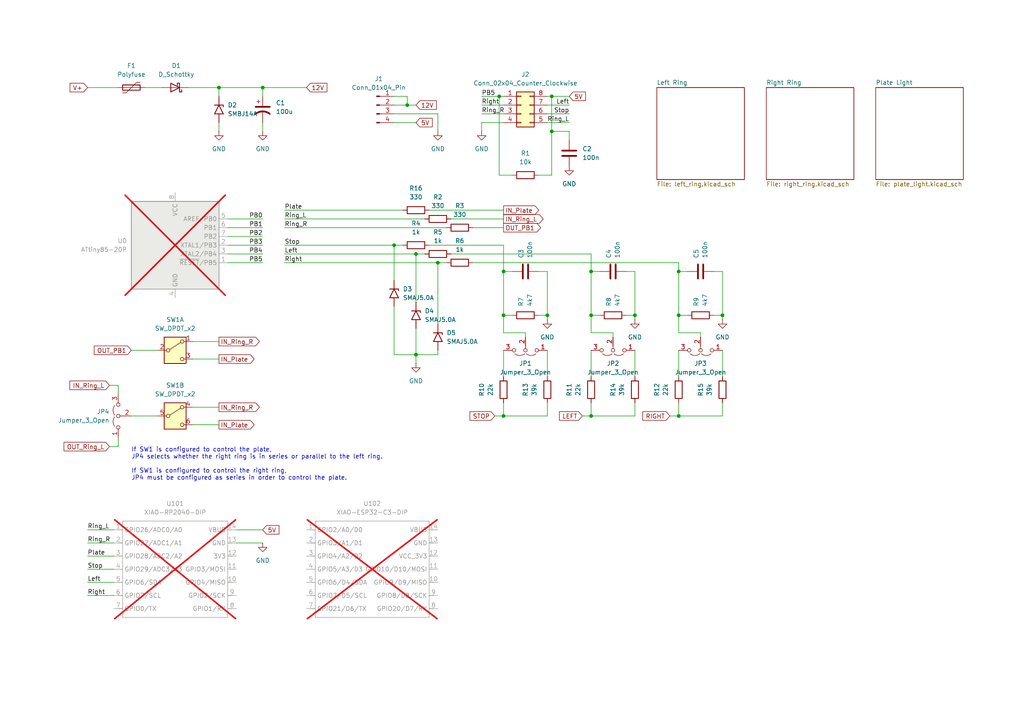
<source format=kicad_sch>
(kicad_sch (version 20250114) (generator "eeschema") (generator_version "9.0")
  (paper "A4")
  (title_block (title "Tail Light for ZR-7") (date "2025-12-04") (rev "1.1") (company "Salvatore La Bua") (comment 1 "SLB Labs"))
  (lib_symbols
    (symbol "Connector:Conn_01x04_Pin" (pin_names (offset 1.016) (hide yes))
      (property "Reference" "J" (at 0 5.08 0))
      (property "Value" "Conn_01x04_Pin" (at 0 -7.62 0))
      (symbol "Conn_01x04_Pin_1_1"
        (rectangle (start 0.8636 2.667) (end 0 2.413) (stroke (width 0.1524)) (fill (type outline)))
        (rectangle (start 0.8636 0.127) (end 0 -0.127) (stroke (width 0.1524)) (fill (type outline)))
        (rectangle (start 0.8636 -2.413) (end 0 -2.667) (stroke (width 0.1524)) (fill (type outline)))
        (rectangle (start 0.8636 -4.953) (end 0 -5.207) (stroke (width 0.1524)) (fill (type outline)))
        (polyline (pts (xy 1.27 2.54) (xy 0.8636 2.54)) (stroke (width 0.1524)))
        (polyline (pts (xy 1.27 0) (xy 0.8636 0)) (stroke (width 0.1524)))
        (polyline (pts (xy 1.27 -2.54) (xy 0.8636 -2.54)) (stroke (width 0.1524)))
        (polyline (pts (xy 1.27 -5.08) (xy 0.8636 -5.08)) (stroke (width 0.1524)))
        (pin passive line (at 5.08 2.54 180) (length 3.81) (name "Pin_1") (number "1"))
        (pin passive line (at 5.08 0 180) (length 3.81) (name "Pin_2") (number "2"))
        (pin passive line (at 5.08 -2.54 180) (length 3.81) (name "Pin_3") (number "3"))
        (pin passive line (at 5.08 -5.08 180) (length 3.81) (name "Pin_4") (number "4"))
      )
    )
    (symbol "Connector_Generic:Conn_02x04_Counter_Clockwise" (pin_names (offset 1.016) (hide yes))
      (property "Reference" "J" (at 1.27 5.08 0))
      (property "Value" "Conn_02x04_Counter_Clockwise" (at 1.27 -7.62 0))
      (symbol "Conn_02x04_Counter_Clockwise_1_1"
        (rectangle (start -1.27 3.81) (end 3.81 -6.35) (stroke (width 0.254)) (fill (type background)))
        (rectangle (start -1.27 2.667) (end 0 2.413) (stroke (width 0.1524)))
        (rectangle (start -1.27 0.127) (end 0 -0.127) (stroke (width 0.1524)))
        (rectangle (start -1.27 -2.413) (end 0 -2.667) (stroke (width 0.1524)))
        (rectangle (start -1.27 -4.953) (end 0 -5.207) (stroke (width 0.1524)))
        (rectangle (start 3.81 2.667) (end 2.54 2.413) (stroke (width 0.1524)))
        (rectangle (start 3.81 0.127) (end 2.54 -0.127) (stroke (width 0.1524)))
        (rectangle (start 3.81 -2.413) (end 2.54 -2.667) (stroke (width 0.1524)))
        (rectangle (start 3.81 -4.953) (end 2.54 -5.207) (stroke (width 0.1524)))
        (pin passive line (at -5.08 2.54 0) (length 3.81) (name "Pin_1") (number "1"))
        (pin passive line (at -5.08 0 0) (length 3.81) (name "Pin_2") (number "2"))
        (pin passive line (at -5.08 -2.54 0) (length 3.81) (name "Pin_3") (number "3"))
        (pin passive line (at -5.08 -5.08 0) (length 3.81) (name "Pin_4") (number "4"))
        (pin passive line (at 7.62 2.54 180) (length 3.81) (name "Pin_8") (number "8"))
        (pin passive line (at 7.62 0 180) (length 3.81) (name "Pin_7") (number "7"))
        (pin passive line (at 7.62 -2.54 180) (length 3.81) (name "Pin_6") (number "6"))
        (pin passive line (at 7.62 -5.08 180) (length 3.81) (name "Pin_5") (number "5"))
      )
    )
    (symbol "Device:C" (pin_numbers (hide yes)) (pin_names (offset 0.254))
      (property "Reference" "C" (at 0.635 2.54 0))
      (property "Value" "C" (at 0.635 -2.54 0))
      (symbol "C_0_1"
        (polyline (pts (xy -2.032 0.762) (xy 2.032 0.762)) (stroke (width 0.508)))
        (polyline (pts (xy -2.032 -0.762) (xy 2.032 -0.762)) (stroke (width 0.508)))
      )
      (symbol "C_1_1"
        (pin passive line (at 0 3.81 270) (length 2.794) (name "~") (number "1"))
        (pin passive line (at 0 -3.81 90) (length 2.794) (name "~") (number "2"))
      )
    )
    (symbol "Device:C_Polarized_US" (pin_numbers (hide yes)) (pin_names (offset 0.254) (hide yes))
      (property "Reference" "C" (at 0.635 2.54 0))
      (property "Value" "C_Polarized_US" (at 0.635 -2.54 0))
      (symbol "C_Polarized_US_0_1"
        (polyline (pts (xy -2.032 0.762) (xy 2.032 0.762)) (stroke (width 0.508)))
        (polyline (pts (xy -1.778 2.286) (xy -0.762 2.286)))
        (polyline (pts (xy -1.27 1.778) (xy -1.27 2.794)))
        (arc (start -2.032 -1.27) (mid 0 -0.5572) (end 2.032 -1.27) (stroke (width 0.508)))
      )
      (symbol "C_Polarized_US_1_1"
        (pin passive line (at 0 3.81 270) (length 2.794) (name "~") (number "1"))
        (pin passive line (at 0 -3.81 90) (length 3.302) (name "~") (number "2"))
      )
    )
    (symbol "Device:D_Schottky" (pin_numbers (hide yes)) (pin_names (offset 1.016) (hide yes))
      (property "Reference" "D" (at 0 2.54 0))
      (property "Value" "D_Schottky" (at 0 -2.54 0))
      (symbol "D_Schottky_0_1"
        (polyline (pts (xy -1.905 0.635) (xy -1.905 1.27) (xy -1.27 1.27) (xy -1.27 -1.27) (xy -0.635 -1.27) (xy -0.635 -0.635)) (stroke (width 0.254)))
        (polyline (pts (xy 1.27 1.27) (xy 1.27 -1.27) (xy -1.27 0) (xy 1.27 1.27)) (stroke (width 0.254)))
        (polyline (pts (xy 1.27 0) (xy -1.27 0)))
      )
      (symbol "D_Schottky_1_1"
        (pin passive line (at -3.81 0 0) (length 2.54) (name "K") (number "1"))
        (pin passive line (at 3.81 0 180) (length 2.54) (name "A") (number "2"))
      )
    )
    (symbol "Device:Polyfuse" (pin_numbers (hide yes)) (pin_names (offset 0))
      (property "Reference" "F" (at -2.54 0 90))
      (property "Value" "Polyfuse" (at 2.54 0 90))
      (symbol "Polyfuse_0_1"
        (polyline (pts (xy -1.524 2.54) (xy -1.524 1.524) (xy 1.524 -1.524) (xy 1.524 -2.54)))
        (rectangle (start -0.762 2.54) (end 0.762 -2.54) (stroke (width 0.254)))
        (polyline (pts (xy 0 2.54) (xy 0 -2.54)))
      )
      (symbol "Polyfuse_1_1"
        (pin passive line (at 0 3.81 270) (length 1.27) (name "~") (number "1"))
        (pin passive line (at 0 -3.81 90) (length 1.27) (name "~") (number "2"))
      )
    )
    (symbol "Device:R" (pin_numbers (hide yes)) (pin_names (offset 0))
      (property "Reference" "R" (at 2.032 0 90))
      (property "Value" "R" (at 0 0 90))
      (symbol "R_0_1"
        (rectangle (start -1.016 -2.54) (end 1.016 2.54) (stroke (width 0.254)))
      )
      (symbol "R_1_1"
        (pin passive line (at 0 3.81 270) (length 1.27) (name "~") (number "1"))
        (pin passive line (at 0 -3.81 90) (length 1.27) (name "~") (number "2"))
      )
    )
    (symbol "Diode:SMAJ6.5A" (pin_numbers (hide yes)) (pin_names (offset 1.016) (hide yes))
      (property "Reference" "D" (at 0 2.54 0))
      (property "Value" "SMAJ6.5A" (at 0 -2.54 0))
      (symbol "SMAJ6.5A_0_1"
        (polyline (pts (xy -0.762 1.27) (xy -1.27 1.27) (xy -1.27 -1.27)) (stroke (width 0.254)))
        (polyline (pts (xy 1.27 1.27) (xy 1.27 -1.27) (xy -1.27 0) (xy 1.27 1.27)) (stroke (width 0.254)))
      )
      (symbol "SMAJ6.5A_1_1"
        (pin passive line (at -3.81 0 0) (length 2.54) (name "A1") (number "1"))
        (pin passive line (at 3.81 0 180) (length 2.54) (name "A2") (number "2"))
      )
    )
    (symbol "Jumper:Jumper_3_Open" (pin_names (offset 0) (hide yes)) (in_bom no)
      (property "Reference" "JP" (at -2.54 -2.54 0))
      (property "Value" "Jumper_3_Open" (at 0 2.794 0))
      (symbol "Jumper_3_Open_0_0"
        (circle (center -3.302 0) (radius 0.508))
        (circle (center 0 0) (radius 0.508))
        (circle (center 3.302 0) (radius 0.508))
      )
      (symbol "Jumper_3_Open_0_1"
        (arc (start -3.048 1.016) (mid -1.651 1.4992) (end -0.254 1.016))
        (polyline (pts (xy 0 -0.508) (xy 0 -1.27)))
        (arc (start 0.254 1.016) (mid 1.651 1.4992) (end 3.048 1.016))
      )
      (symbol "Jumper_3_Open_1_1"
        (pin passive line (at -6.35 0 0) (length 2.54) (name "A") (number "1"))
        (pin passive line (at 0 -3.81 90) (length 2.54) (name "C") (number "2"))
        (pin passive line (at 6.35 0 180) (length 2.54) (name "B") (number "3"))
      )
    )
    (symbol "MCU_Microchip_ATtiny:ATtiny85-20P"
      (property "Reference" "U" (at -12.7 13.97 0))
      (property "Value" "ATtiny85-20P" (at 2.54 -13.97 0))
      (symbol "ATtiny85-20P_0_1"
        (rectangle (start -12.7 -12.7) (end 12.7 12.7) (stroke (width 0.254)) (fill (type background)))
      )
      (symbol "ATtiny85-20P_1_1"
        (pin power_in line (at 0 15.24 270) (length 2.54) (name "VCC") (number "8"))
        (pin power_in line (at 0 -15.24 90) (length 2.54) (name "GND") (number "4"))
        (pin bidirectional line (at 15.24 7.62 180) (length 2.54) (name "AREF/PB0") (number "5"))
        (pin bidirectional line (at 15.24 5.08 180) (length 2.54) (name "PB1") (number "6"))
        (pin bidirectional line (at 15.24 2.54 180) (length 2.54) (name "PB2") (number "7"))
        (pin bidirectional line (at 15.24 0 180) (length 2.54) (name "XTAL1/PB3") (number "2"))
        (pin bidirectional line (at 15.24 -2.54 180) (length 2.54) (name "XTAL2/PB4") (number "3"))
        (pin bidirectional line (at 15.24 -5.08 180) (length 2.54) (name "~{RESET}/PB5") (number "1"))
      )
    )
    (symbol "Seeed_Studio_XIAO_Series:XIAO-ESP32-C3-DIP"
      (property "Reference" "U" (at 1.016 2.794 0))
      (property "Value" "XIAO-ESP32-C3-DIP" (at 7.62 1.016 0))
      (symbol "XIAO-ESP32-C3-DIP_1_0"
        (polyline (pts (xy 0 0) (xy 33.02 0)) (stroke (width 0.1524)))
        (polyline (pts (xy 0 -2.54) (xy -1.27 -2.54)) (stroke (width 0.1524)))
        (polyline (pts (xy 0 -2.54) (xy 0 0)) (stroke (width 0.1524)))
        (polyline (pts (xy 0 -6.35) (xy -1.27 -6.35)) (stroke (width 0.1524)))
        (polyline (pts (xy 0 -6.35) (xy 0 -2.54)) (stroke (width 0.1524)))
        (polyline (pts (xy 0 -10.16) (xy -1.27 -10.16)) (stroke (width 0.1524)))
        (polyline (pts (xy 0 -10.16) (xy 0 -6.35)) (stroke (width 0.1524)))
        (polyline (pts (xy 0 -13.97) (xy -1.27 -13.97)) (stroke (width 0.1524)))
        (polyline (pts (xy 0 -13.97) (xy 0 -10.16)) (stroke (width 0.1524)))
        (polyline (pts (xy 0 -17.78) (xy -1.27 -17.78)) (stroke (width 0.1524)))
        (polyline (pts (xy 0 -21.59) (xy -1.27 -21.59)) (stroke (width 0.1524)))
        (polyline (pts (xy 0 -25.4) (xy -1.27 -25.4)) (stroke (width 0.1524)))
        (polyline (pts (xy 0 -27.94) (xy 0 -13.97)) (stroke (width 0.1524)))
        (polyline (pts (xy 33.02 0) (xy 33.02 -2.54)) (stroke (width 0.1524)))
        (polyline (pts (xy 33.02 -2.54) (xy 33.02 -6.35)) (stroke (width 0.1524)))
        (polyline (pts (xy 33.02 -6.35) (xy 33.02 -10.16)) (stroke (width 0.1524)))
        (polyline (pts (xy 33.02 -10.16) (xy 33.02 -27.94)) (stroke (width 0.1524)))
        (polyline (pts (xy 33.02 -27.94) (xy 0 -27.94)) (stroke (width 0.1524)))
        (polyline (pts (xy 34.29 -2.54) (xy 33.02 -2.54)) (stroke (width 0.1524)))
        (polyline (pts (xy 34.29 -6.35) (xy 33.02 -6.35)) (stroke (width 0.1524)))
        (polyline (pts (xy 34.29 -10.16) (xy 33.02 -10.16)) (stroke (width 0.1524)))
        (polyline (pts (xy 34.29 -13.97) (xy 33.02 -13.97)) (stroke (width 0.1524)))
        (polyline (pts (xy 34.29 -17.78) (xy 33.02 -17.78)) (stroke (width 0.1524)))
        (polyline (pts (xy 34.29 -21.59) (xy 33.02 -21.59)) (stroke (width 0.1524)))
        (polyline (pts (xy 34.29 -25.4) (xy 33.02 -25.4)) (stroke (width 0.1524)))
        (pin passive line (at -2.54 -2.54 0) (length 2.54) (name "GPIO2/A0/D0") (number "1"))
        (pin passive line (at -2.54 -6.35 0) (length 2.54) (name "GPIO3/A1/D1") (number "2"))
        (pin passive line (at -2.54 -10.16 0) (length 2.54) (name "GPIO4/A2/D2") (number "3"))
        (pin passive line (at -2.54 -13.97 0) (length 2.54) (name "GPIO5/A3/D3") (number "4"))
        (pin passive line (at -2.54 -17.78 0) (length 2.54) (name "GPIO6/D4/SDA") (number "5"))
        (pin passive line (at -2.54 -21.59 0) (length 2.54) (name "GPIO7/D5/SCL") (number "6"))
        (pin passive line (at -2.54 -25.4 0) (length 2.54) (name "GPIO21/D6/TX") (number "7"))
        (pin passive line (at 35.56 -2.54 180) (length 2.54) (name "VBUS") (number "14"))
        (pin passive line (at 35.56 -6.35 180) (length 2.54) (name "GND") (number "13"))
        (pin passive line (at 35.56 -10.16 180) (length 2.54) (name "VCC_3V3") (number "12"))
        (pin passive line (at 35.56 -13.97 180) (length 2.54) (name "GPIO10/D10/MOSI") (number "11"))
        (pin passive line (at 35.56 -17.78 180) (length 2.54) (name "GPIO9/D9/MISO") (number "10"))
        (pin passive line (at 35.56 -21.59 180) (length 2.54) (name "GPIO8/D8/SCK") (number "9"))
        (pin passive line (at 35.56 -25.4 180) (length 2.54) (name "GPIO20/D7/RX") (number "8"))
      )
    )
    (symbol "Seeed_Studio_XIAO_Series:XIAO-RP2040-DIP"
      (property "Reference" "U" (at 0 0 0))
      (property "Value" "XIAO-RP2040-DIP" (at 5.334 -1.778 0))
      (symbol "XIAO-RP2040-DIP_1_0"
        (polyline (pts (xy -1.27 -2.54) (xy 29.21 -2.54)) (stroke (width 0.1524)))
        (polyline (pts (xy -1.27 -5.08) (xy -2.54 -5.08)) (stroke (width 0.1524)))
        (polyline (pts (xy -1.27 -5.08) (xy -1.27 -2.54)) (stroke (width 0.1524)))
        (polyline (pts (xy -1.27 -8.89) (xy -2.54 -8.89)) (stroke (width 0.1524)))
        (polyline (pts (xy -1.27 -8.89) (xy -1.27 -5.08)) (stroke (width 0.1524)))
        (polyline (pts (xy -1.27 -12.7) (xy -2.54 -12.7)) (stroke (width 0.1524)))
        (polyline (pts (xy -1.27 -12.7) (xy -1.27 -8.89)) (stroke (width 0.1524)))
        (polyline (pts (xy -1.27 -16.51) (xy -2.54 -16.51)) (stroke (width 0.1524)))
        (polyline (pts (xy -1.27 -16.51) (xy -1.27 -12.7)) (stroke (width 0.1524)))
        (polyline (pts (xy -1.27 -20.32) (xy -2.54 -20.32)) (stroke (width 0.1524)))
        (polyline (pts (xy -1.27 -24.13) (xy -2.54 -24.13)) (stroke (width 0.1524)))
        (polyline (pts (xy -1.27 -27.94) (xy -2.54 -27.94)) (stroke (width 0.1524)))
        (polyline (pts (xy -1.27 -30.48) (xy -1.27 -16.51)) (stroke (width 0.1524)))
        (polyline (pts (xy 29.21 -2.54) (xy 29.21 -5.08)) (stroke (width 0.1524)))
        (polyline (pts (xy 29.21 -5.08) (xy 29.21 -8.89)) (stroke (width 0.1524)))
        (polyline (pts (xy 29.21 -8.89) (xy 29.21 -12.7)) (stroke (width 0.1524)))
        (polyline (pts (xy 29.21 -12.7) (xy 29.21 -30.48)) (stroke (width 0.1524)))
        (polyline (pts (xy 29.21 -30.48) (xy -1.27 -30.48)) (stroke (width 0.1524)))
        (polyline (pts (xy 30.48 -5.08) (xy 29.21 -5.08)) (stroke (width 0.1524)))
        (polyline (pts (xy 30.48 -8.89) (xy 29.21 -8.89)) (stroke (width 0.1524)))
        (polyline (pts (xy 30.48 -12.7) (xy 29.21 -12.7)) (stroke (width 0.1524)))
        (polyline (pts (xy 30.48 -16.51) (xy 29.21 -16.51)) (stroke (width 0.1524)))
        (polyline (pts (xy 30.48 -20.32) (xy 29.21 -20.32)) (stroke (width 0.1524)))
        (polyline (pts (xy 30.48 -24.13) (xy 29.21 -24.13)) (stroke (width 0.1524)))
        (polyline (pts (xy 30.48 -27.94) (xy 29.21 -27.94)) (stroke (width 0.1524)))
        (pin passive line (at -3.81 -5.08 0) (length 2.54) (name "GPIO26/ADC0/A0") (number "1"))
        (pin passive line (at -3.81 -8.89 0) (length 2.54) (name "GPIO27/ADC1/A1") (number "2"))
        (pin passive line (at -3.81 -12.7 0) (length 2.54) (name "GPIO28/ADC2/A2") (number "3"))
        (pin passive line (at -3.81 -16.51 0) (length 2.54) (name "GPIO29/ADC3/A3") (number "4"))
        (pin passive line (at -3.81 -20.32 0) (length 2.54) (name "GPIO6/SDA") (number "5"))
        (pin passive line (at -3.81 -24.13 0) (length 2.54) (name "GPIO7/SCL") (number "6"))
        (pin passive line (at -3.81 -27.94 0) (length 2.54) (name "GPIO0/TX") (number "7"))
        (pin passive line (at 31.75 -5.08 180) (length 2.54) (name "VBUS") (number "14"))
        (pin passive line (at 31.75 -8.89 180) (length 2.54) (name "GND") (number "13"))
        (pin passive line (at 31.75 -12.7 180) (length 2.54) (name "3V3") (number "12"))
        (pin passive line (at 31.75 -16.51 180) (length 2.54) (name "GPIO3/MOSI") (number "11"))
        (pin passive line (at 31.75 -20.32 180) (length 2.54) (name "GPIO4/MISO") (number "10"))
        (pin passive line (at 31.75 -24.13 180) (length 2.54) (name "GPIO2/SCK") (number "9"))
        (pin passive line (at 31.75 -27.94 180) (length 2.54) (name "GPIO1/RX") (number "8"))
      )
    )
    (symbol "Switch:SW_DPDT_x2" (pin_names (offset 0) (hide yes))
      (property "Reference" "SW" (at 0 5.08 0))
      (property "Value" "SW_DPDT_x2" (at 0 -5.08 0))
      (symbol "SW_DPDT_x2_0_0"
        (circle (center -2.032 0) (radius 0.508))
        (circle (center 2.032 -2.54) (radius 0.508))
      )
      (symbol "SW_DPDT_x2_0_1"
        (rectangle (start -3.175 3.81) (end 3.175 -3.81) (stroke (width 0.254)) (fill (type background)))
        (polyline (pts (xy -1.524 0.254) (xy 1.5748 2.286)))
        (circle (center 2.032 2.54) (radius 0.508))
      )
      (symbol "SW_DPDT_x2_1_1"
        (pin passive line (at -5.08 0 0) (length 2.54) (name "B") (number "2"))
        (pin passive line (at 5.08 2.54 180) (length 2.54) (name "A") (number "1"))
        (pin passive line (at 5.08 -2.54 180) (length 2.54) (name "C") (number "3"))
      )
      (symbol "SW_DPDT_x2_2_1"
        (pin passive line (at -5.08 0 0) (length 2.54) (name "B") (number "5"))
        (pin passive line (at 5.08 2.54 180) (length 2.54) (name "A") (number "4"))
        (pin passive line (at 5.08 -2.54 180) (length 2.54) (name "C") (number "6"))
      )
    )
    (symbol "power:GND" (power) (pin_numbers (hide yes)) (pin_names (offset 0) (hide yes))
      (property "Value" "GND" (at 0 -3.81 0))
      (symbol "GND_0_1"
        (polyline (pts (xy 0 0) (xy 0 -1.27) (xy 1.27 -1.27) (xy 0 -2.54) (xy -1.27 -1.27) (xy 0 -1.27)))
      )
      (symbol "GND_1_1"
        (pin power_in line (at 0 0 270) (length 0) (name "~") (number "1"))
      )
    )
  )
  (text "If SW1 is configured to control the plate,\nJP4 selects whether the right ring is in series or parallel to the left ring.\n\nIf SW1 is configured to control the right ring,\nJP4 must be configured as series in order to control the plate." (at 38.1 134.62 0) (effects (font (size 1.27 1.27)) (justify left)))
  (junction (at 184.15 91.44))
  (junction (at 146.05 78.74))
  (junction (at 209.55 91.44))
  (junction (at 63.5 25.4))
  (junction (at 160.02 27.94))
  (junction (at 160.02 38.1))
  (junction (at 146.05 91.44))
  (junction (at 76.2 25.4))
  (junction (at 171.45 120.65))
  (junction (at 146.05 120.65))
  (junction (at 196.85 78.74))
  (junction (at 158.75 91.44))
  (junction (at 120.65 102.87))
  (junction (at 171.45 91.44))
  (junction (at 196.85 120.65))
  (junction (at 120.65 73.66))
  (junction (at 127 76.2))
  (junction (at 114.3 71.12))
  (junction (at 144.78 27.94))
  (junction (at 118.11 30.48))
  (junction (at 171.45 78.74))
  (junction (at 196.85 91.44))
  (wire (pts (xy 158.75 92.71) (xy 158.75 91.44)))
  (wire (pts (xy 196.85 116.84) (xy 196.85 120.65)))
  (wire (pts (xy 31.75 111.76) (xy 34.29 111.76)))
  (wire (pts (xy 66.04 71.12) (xy 76.2 71.12)))
  (wire (pts (xy 146.05 91.44) (xy 148.59 91.44)))
  (wire (pts (xy 66.04 63.5) (xy 76.2 63.5)))
  (wire (pts (xy 184.15 101.6) (xy 184.15 109.22)))
  (wire (pts (xy 209.55 101.6) (xy 209.55 109.22)))
  (wire (pts (xy 196.85 78.74) (xy 196.85 76.2)))
  (wire (pts (xy 203.2 97.79) (xy 203.2 96.52)))
  (wire (pts (xy 55.88 104.14) (xy 63.5 104.14)))
  (wire (pts (xy 25.4 165.1) (xy 33.02 165.1)))
  (wire (pts (xy 171.45 78.74) (xy 171.45 73.66)))
  (wire (pts (xy 127 76.2) (xy 127 93.98)))
  (wire (pts (xy 55.88 118.11) (xy 63.5 118.11)))
  (wire (pts (xy 76.2 25.4) (xy 76.2 27.94)))
  (wire (pts (xy 184.15 116.84) (xy 184.15 120.65)))
  (wire (pts (xy 209.55 92.71) (xy 209.55 91.44)))
  (wire (pts (xy 118.11 30.48) (xy 120.65 30.48)))
  (wire (pts (xy 146.05 101.6) (xy 146.05 109.22)))
  (wire (pts (xy 144.78 27.94) (xy 146.05 27.94)))
  (wire (pts (xy 146.05 78.74) (xy 146.05 71.12)))
  (wire (pts (xy 144.78 50.8) (xy 148.59 50.8)))
  (wire (pts (xy 199.39 78.74) (xy 196.85 78.74)))
  (wire (pts (xy 41.91 25.4) (xy 46.99 25.4)))
  (wire (pts (xy 207.01 78.74) (xy 209.55 78.74)))
  (wire (pts (xy 152.4 97.79) (xy 152.4 96.52)))
  (wire (pts (xy 168.91 120.65) (xy 171.45 120.65)))
  (wire (pts (xy 114.3 71.12) (xy 116.84 71.12)))
  (wire (pts (xy 177.8 97.79) (xy 177.8 96.52)))
  (wire (pts (xy 76.2 25.4) (xy 88.9 25.4)))
  (wire (pts (xy 127 33.02) (xy 127 38.1)))
  (wire (pts (xy 68.58 153.67) (xy 76.2 153.67)))
  (wire (pts (xy 63.5 25.4) (xy 63.5 27.94)))
  (wire (pts (xy 114.3 33.02) (xy 127 33.02)))
  (wire (pts (xy 196.85 78.74) (xy 196.85 91.44)))
  (wire (pts (xy 181.61 78.74) (xy 184.15 78.74)))
  (wire (pts (xy 158.75 27.94) (xy 160.02 27.94)))
  (wire (pts (xy 156.21 78.74) (xy 158.75 78.74)))
  (wire (pts (xy 120.65 73.66) (xy 120.65 87.63)))
  (wire (pts (xy 148.59 78.74) (xy 146.05 78.74)))
  (wire (pts (xy 177.8 96.52) (xy 171.45 96.52)))
  (wire (pts (xy 82.55 63.5) (xy 123.19 63.5)))
  (wire (pts (xy 139.7 30.48) (xy 146.05 30.48)))
  (wire (pts (xy 160.02 38.1) (xy 160.02 27.94)))
  (wire (pts (xy 156.21 50.8) (xy 160.02 50.8)))
  (wire (pts (xy 63.5 35.56) (xy 63.5 38.1)))
  (wire (pts (xy 118.11 27.94) (xy 118.11 30.48)))
  (wire (pts (xy 158.75 30.48) (xy 165.1 30.48)))
  (wire (pts (xy 139.7 33.02) (xy 146.05 33.02)))
  (wire (pts (xy 130.81 63.5) (xy 146.05 63.5)))
  (wire (pts (xy 146.05 78.74) (xy 146.05 91.44)))
  (wire (pts (xy 207.01 91.44) (xy 209.55 91.44)))
  (wire (pts (xy 82.55 76.2) (xy 127 76.2)))
  (wire (pts (xy 68.58 157.48) (xy 76.2 157.48)))
  (wire (pts (xy 34.29 111.76) (xy 34.29 114.3)))
  (wire (pts (xy 38.1 120.65) (xy 45.72 120.65)))
  (wire (pts (xy 203.2 96.52) (xy 196.85 96.52)))
  (wire (pts (xy 196.85 96.52) (xy 196.85 91.44)))
  (wire (pts (xy 184.15 92.71) (xy 184.15 91.44)))
  (wire (pts (xy 82.55 73.66) (xy 120.65 73.66)))
  (wire (pts (xy 120.65 73.66) (xy 123.19 73.66)))
  (wire (pts (xy 120.65 102.87) (xy 120.65 105.41)))
  (wire (pts (xy 171.45 116.84) (xy 171.45 120.65)))
  (wire (pts (xy 158.75 35.56) (xy 165.1 35.56)))
  (wire (pts (xy 38.1 101.6) (xy 45.72 101.6)))
  (wire (pts (xy 66.04 68.58) (xy 76.2 68.58)))
  (wire (pts (xy 137.16 76.2) (xy 196.85 76.2)))
  (wire (pts (xy 160.02 50.8) (xy 160.02 38.1)))
  (wire (pts (xy 165.1 38.1) (xy 160.02 38.1)))
  (wire (pts (xy 66.04 73.66) (xy 76.2 73.66)))
  (wire (pts (xy 127 101.6) (xy 127 102.87)))
  (wire (pts (xy 34.29 129.54) (xy 34.29 127)))
  (wire (pts (xy 82.55 66.04) (xy 129.54 66.04)))
  (wire (pts (xy 181.61 91.44) (xy 184.15 91.44)))
  (wire (pts (xy 114.3 102.87) (xy 120.65 102.87)))
  (wire (pts (xy 209.55 91.44) (xy 209.55 78.74)))
  (wire (pts (xy 54.61 25.4) (xy 63.5 25.4)))
  (wire (pts (xy 158.75 91.44) (xy 158.75 78.74)))
  (wire (pts (xy 165.1 40.64) (xy 165.1 38.1)))
  (wire (pts (xy 114.3 30.48) (xy 118.11 30.48)))
  (wire (pts (xy 63.5 25.4) (xy 76.2 25.4)))
  (wire (pts (xy 55.88 123.19) (xy 63.5 123.19)))
  (wire (pts (xy 158.75 33.02) (xy 165.1 33.02)))
  (wire (pts (xy 196.85 91.44) (xy 199.39 91.44)))
  (wire (pts (xy 194.31 120.65) (xy 196.85 120.65)))
  (wire (pts (xy 209.55 120.65) (xy 196.85 120.65)))
  (wire (pts (xy 146.05 96.52) (xy 146.05 91.44)))
  (wire (pts (xy 144.78 27.94) (xy 144.78 50.8)))
  (wire (pts (xy 82.55 60.96) (xy 116.84 60.96)))
  (wire (pts (xy 120.65 102.87) (xy 127 102.87)))
  (wire (pts (xy 146.05 116.84) (xy 146.05 120.65)))
  (wire (pts (xy 66.04 76.2) (xy 76.2 76.2)))
  (wire (pts (xy 114.3 27.94) (xy 118.11 27.94)))
  (wire (pts (xy 114.3 71.12) (xy 114.3 81.28)))
  (wire (pts (xy 209.55 116.84) (xy 209.55 120.65)))
  (wire (pts (xy 120.65 95.25) (xy 120.65 102.87)))
  (wire (pts (xy 171.45 101.6) (xy 171.45 109.22)))
  (wire (pts (xy 127 76.2) (xy 129.54 76.2)))
  (wire (pts (xy 124.46 71.12) (xy 146.05 71.12)))
  (wire (pts (xy 196.85 101.6) (xy 196.85 109.22)))
  (wire (pts (xy 76.2 35.56) (xy 76.2 38.1)))
  (wire (pts (xy 124.46 60.96) (xy 146.05 60.96)))
  (wire (pts (xy 184.15 91.44) (xy 184.15 78.74)))
  (wire (pts (xy 139.7 38.1) (xy 139.7 35.56)))
  (wire (pts (xy 25.4 25.4) (xy 34.29 25.4)))
  (wire (pts (xy 156.21 91.44) (xy 158.75 91.44)))
  (wire (pts (xy 171.45 78.74) (xy 171.45 91.44)))
  (wire (pts (xy 25.4 161.29) (xy 33.02 161.29)))
  (wire (pts (xy 158.75 116.84) (xy 158.75 120.65)))
  (wire (pts (xy 173.99 78.74) (xy 171.45 78.74)))
  (wire (pts (xy 171.45 91.44) (xy 173.99 91.44)))
  (wire (pts (xy 130.81 73.66) (xy 171.45 73.66)))
  (wire (pts (xy 139.7 27.94) (xy 144.78 27.94)))
  (wire (pts (xy 114.3 35.56) (xy 120.65 35.56)))
  (wire (pts (xy 184.15 120.65) (xy 171.45 120.65)))
  (wire (pts (xy 137.16 66.04) (xy 146.05 66.04)))
  (wire (pts (xy 143.51 120.65) (xy 146.05 120.65)))
  (wire (pts (xy 160.02 27.94) (xy 165.1 27.94)))
  (wire (pts (xy 25.4 153.67) (xy 33.02 153.67)))
  (wire (pts (xy 55.88 99.06) (xy 63.5 99.06)))
  (wire (pts (xy 82.55 71.12) (xy 114.3 71.12)))
  (wire (pts (xy 31.75 129.54) (xy 34.29 129.54)))
  (wire (pts (xy 25.4 168.91) (xy 33.02 168.91)))
  (wire (pts (xy 171.45 96.52) (xy 171.45 91.44)))
  (wire (pts (xy 152.4 96.52) (xy 146.05 96.52)))
  (wire (pts (xy 25.4 172.72) (xy 33.02 172.72)))
  (wire (pts (xy 25.4 157.48) (xy 33.02 157.48)))
  (wire (pts (xy 114.3 88.9) (xy 114.3 102.87)))
  (wire (pts (xy 139.7 35.56) (xy 146.05 35.56)))
  (wire (pts (xy 158.75 120.65) (xy 146.05 120.65)))
  (wire (pts (xy 158.75 101.6) (xy 158.75 109.22)))
  (wire (pts (xy 66.04 66.04) (xy 76.2 66.04)))
  (label "PB5" (at 76.2 76.2 180))
  (label "Plate" (at 82.55 60.96 0))
  (label "Left" (at 82.55 73.66 0))
  (label "Stop" (at 82.55 71.12 0))
  (label "Right" (at 139.7 30.48 0))
  (label "PB3" (at 76.2 71.12 180))
  (label "Ring_R" (at 139.7 33.02 0))
  (label "PB2" (at 76.2 68.58 180))
  (label "PB4" (at 76.2 73.66 180))
  (label "PB5" (at 139.7 27.94 0))
  (label "Ring_L" (at 82.55 63.5 0))
  (label "Ring_L" (at 165.1 35.56 180))
  (label "Right" (at 82.55 76.2 0))
  (label "Right" (at 25.4 172.72 0))
  (label "Ring_R" (at 25.4 157.48 0))
  (label "Plate" (at 25.4 161.29 0))
  (label "Left" (at 165.1 30.48 180))
  (label "PB1" (at 76.2 66.04 180))
  (label "Left" (at 25.4 168.91 0))
  (label "Ring_L" (at 25.4 153.67 0))
  (label "Ring_R" (at 82.55 66.04 0))
  (label "PB0" (at 76.2 63.5 180))
  (label "Stop" (at 25.4 165.1 0))
  (label "Stop" (at 165.1 33.02 180))
  (global_label "OUT_Ring_L" (shape input) (at 31.75 129.54 180) (property "Intersheetrefs" "${INTERSHEET_REFS}" (at 18.0001 129.54 0) (effects (justify right))))
  (global_label "IN_Ring_R" (shape output) (at 63.5 118.11 0) (property "Intersheetrefs" "${INTERSHEET_REFS}" (at 75.7985 118.11 0) (effects (justify left))))
  (global_label "IN_Ring_R" (shape output) (at 63.5 99.06 0) (property "Intersheetrefs" "${INTERSHEET_REFS}" (at 75.7985 99.06 0) (effects (justify left))))
  (global_label "IN_Ring_L" (shape output) (at 146.05 63.5 0) (property "Intersheetrefs" "${INTERSHEET_REFS}" (at 158.1066 63.5 0) (effects (justify left))))
  (global_label "5V" (shape input) (at 76.2 153.67 0) (property "Intersheetrefs" "${INTERSHEET_REFS}" (at 81.4833 153.67 0) (effects (justify left))))
  (global_label "IN_Plate" (shape output) (at 146.05 60.96 0) (property "Intersheetrefs" "${INTERSHEET_REFS}" (at 156.8366 60.96 0) (effects (justify left))))
  (global_label "IN_Plate" (shape output) (at 63.5 123.19 0) (property "Intersheetrefs" "${INTERSHEET_REFS}" (at 74.2866 123.19 0) (effects (justify left))))
  (global_label "OUT_PB1" (shape input) (at 38.1 101.6 180) (property "Intersheetrefs" "${INTERSHEET_REFS}" (at 26.7691 101.6 0) (effects (justify right))))
  (global_label "5V" (shape input) (at 165.1 27.94 0) (property "Intersheetrefs" "${INTERSHEET_REFS}" (at 170.3833 27.94 0) (effects (justify left))))
  (global_label "12V" (shape input) (at 88.9 25.4 0) (property "Intersheetrefs" "${INTERSHEET_REFS}" (at 95.3928 25.4 0) (effects (justify left))))
  (global_label "V+" (shape input) (at 25.4 25.4 180) (property "Intersheetrefs" "${INTERSHEET_REFS}" (at 19.7538 25.4 0) (effects (justify right))))
  (global_label "STOP" (shape input) (at 143.51 120.65 180) (property "Intersheetrefs" "${INTERSHEET_REFS}" (at 135.7472 120.65 0) (effects (justify right))))
  (global_label "5V" (shape input) (at 120.65 35.56 0) (property "Intersheetrefs" "${INTERSHEET_REFS}" (at 125.9333 35.56 0) (effects (justify left))))
  (global_label "LEFT" (shape input) (at 168.91 120.65 180) (property "Intersheetrefs" "${INTERSHEET_REFS}" (at 161.6915 120.65 0) (effects (justify right))))
  (global_label "OUT_PB1" (shape output) (at 146.05 66.04 0) (property "Intersheetrefs" "${INTERSHEET_REFS}" (at 157.3809 66.04 0) (effects (justify left))))
  (global_label "12V" (shape input) (at 120.65 30.48 0) (property "Intersheetrefs" "${INTERSHEET_REFS}" (at 127.1428 30.48 0) (effects (justify left))))
  (global_label "IN_Plate" (shape output) (at 63.5 104.14 0) (property "Intersheetrefs" "${INTERSHEET_REFS}" (at 74.2866 104.14 0) (effects (justify left))))
  (global_label "RIGHT" (shape input) (at 194.31 120.65 180) (property "Intersheetrefs" "${INTERSHEET_REFS}" (at 185.8819 120.65 0) (effects (justify right))))
  (global_label "IN_Ring_L" (shape input) (at 31.75 111.76 180) (property "Intersheetrefs" "${INTERSHEET_REFS}" (at 19.6934 111.76 0) (effects (justify right))))
  (symbol (lib_id "Seeed_Studio_XIAO_Series:XIAO-RP2040-DIP") (at 36.83 148.59 0) (unit 1) (exclude_from_sim yes) (in_bom no) (on_board no) (dnp yes)
    (property "Reference" "U101" (at 50.8 146.05 0))
    (property "Value" "XIAO-RP2040-DIP" (at 50.8 148.59 0))
    (property "Footprint" "Seeed Studio XIAO Series Library:XIAO-RP2040-DIP" (effects (hide yes)))
  )
  (symbol (lib_id "Device:R") (at 203.2 91.44 90) (unit 1)
    (property "Reference" "R9" (at 201.9299 88.9 0) (effects (justify left)))
    (property "Value" "4k7" (at 204.4699 88.9 0) (effects (justify left)))
    (property "Footprint" "Resistor_SMD:R_0805_2012Metric" (effects (hide yes)))
    (property "Description" "Resistor" (effects (hide yes)))
    (property "LCSC" "C17673" (effects (hide yes)))
  )
  (symbol (lib_id "Device:C_Polarized_US") (at 76.2 31.75 0) (unit 1)
    (property "Reference" "C1" (at 80.01 29.8449 0) (effects (justify left)))
    (property "Value" "100u" (at 80.01 32.3849 0) (effects (justify left)))
    (property "Footprint" "Capacitor_SMD:CP_Elec_6.3x5.7" (effects (hide yes)))
    (property "Description" "Polarized capacitor, US symbol" (effects (hide yes)))
    (property "LCSC" "C493460" (effects (hide yes)))
  )
  (symbol (lib_id "Device:R") (at 184.15 113.03 180) (unit 1)
    (property "Reference" "R14" (at 177.8 113.03 90))
    (property "Value" "39k" (at 180.34 113.03 90))
    (property "Footprint" "Resistor_SMD:R_0805_2012Metric" (effects (hide yes)))
    (property "Description" "Resistor" (effects (hide yes)))
    (property "LCSC" "C25826" (effects (hide yes)))
  )
  (symbol (lib_id "Device:C") (at 177.8 78.74 90) (unit 1)
    (property "Reference" "C4" (at 176.5299 74.93 0) (effects (justify left)))
    (property "Value" "100n" (at 179.0699 74.93 0) (effects (justify left)))
    (property "Footprint" "Capacitor_SMD:C_0603_1608Metric" (effects (hide yes)))
    (property "Description" "Unpolarized capacitor" (effects (hide yes)))
    (property "LCSC" "C14663" (effects (hide yes)))
  )
  (symbol (lib_id "Diode:SMAJ6.5A") (at 63.5 31.75 270) (unit 1)
    (property "Reference" "D2" (at 66.04 30.4799 90) (effects (justify left)))
    (property "Value" "SMBJ14A" (at 66.04 33.0199 90) (effects (justify left)))
    (property "Footprint" "Diode_SMD:D_SMB" (effects (hide yes)))
    (property "Datasheet" "https://www.littelfuse.com/media?resourcetype=datasheets&itemid=75e32973-b177-4ee3-a0ff-cedaf1abdb93&filename=smaj-datasheet" (effects (hide yes)))
    (property "Description" "400W unidirectional Transient Voltage Suppressor, 6.5Vr, SMA(DO-214AC)" (effects (hide yes)))
    (property "LCSC" "C152106" (effects (hide yes)))
  )
  (symbol (lib_id "Device:R") (at 158.75 113.03 180) (unit 1)
    (property "Reference" "R13" (at 152.4 113.03 90))
    (property "Value" "39k" (at 154.94 113.03 90))
    (property "Footprint" "Resistor_SMD:R_0805_2012Metric" (effects (hide yes)))
    (property "Description" "Resistor" (effects (hide yes)))
    (property "LCSC" "C25826" (effects (hide yes)))
  )
  (symbol (lib_id "Device:R") (at 127 63.5 90) (unit 1)
    (property "Reference" "R2" (at 127 57.15 90))
    (property "Value" "330" (at 127 59.69 90))
    (property "Footprint" "Resistor_SMD:R_0805_2012Metric" (effects (hide yes)))
    (property "Description" "Resistor" (effects (hide yes)))
    (property "LCSC" "C17630" (effects (hide yes)))
  )
  (symbol (lib_id "Device:R") (at 152.4 91.44 90) (unit 1)
    (property "Reference" "R7" (at 151.1299 88.9 0) (effects (justify left)))
    (property "Value" "4k7" (at 153.6699 88.9 0) (effects (justify left)))
    (property "Footprint" "Resistor_SMD:R_0805_2012Metric" (effects (hide yes)))
    (property "Description" "Resistor" (effects (hide yes)))
    (property "LCSC" "C17673" (effects (hide yes)))
  )
  (symbol (lib_id "Device:C") (at 165.1 44.45 0) (unit 1)
    (property "Reference" "C2" (at 168.91 43.1799 0) (effects (justify left)))
    (property "Value" "100n" (at 168.91 45.7199 0) (effects (justify left)))
    (property "Footprint" "Capacitor_SMD:C_0603_1608Metric" (effects (hide yes)))
    (property "Description" "Unpolarized capacitor" (effects (hide yes)))
    (property "LCSC" "C14663" (effects (hide yes)))
  )
  (symbol (lib_id "Jumper:Jumper_3_Open") (at 34.29 120.65 90) (unit 1) (in_bom no)
    (property "Reference" "JP4" (at 31.75 119.3799 90) (effects (justify left)))
    (property "Value" "Jumper_3_Open" (at 31.75 121.9199 90) (effects (justify left)))
    (property "Footprint" "Connector_PinHeader_2.54mm:PinHeader_1x03_P2.54mm_Vertical" (effects (hide yes)))
    (property "Description" "Jumper, 3-pole, both open" (effects (hide yes)))
    (property "LCSC" "C49257" (effects (hide yes)))
  )
  (symbol (lib_id "Device:R") (at 120.65 71.12 90) (unit 1)
    (property "Reference" "R4" (at 120.65 64.77 90))
    (property "Value" "1k" (at 120.65 67.31 90))
    (property "Footprint" "Resistor_SMD:R_0805_2012Metric" (effects (hide yes)))
    (property "Description" "Resistor" (effects (hide yes)))
    (property "LCSC" "C17513" (effects (hide yes)))
  )
  (symbol (lib_id "Device:C") (at 203.2 78.74 90) (unit 1)
    (property "Reference" "C5" (at 201.9299 74.93 0) (effects (justify left)))
    (property "Value" "100n" (at 204.4699 74.93 0) (effects (justify left)))
    (property "Footprint" "Capacitor_SMD:C_0603_1608Metric" (effects (hide yes)))
    (property "Description" "Unpolarized capacitor" (effects (hide yes)))
    (property "LCSC" "C14663" (effects (hide yes)))
  )
  (symbol (lib_id "Device:R") (at 152.4 50.8 270) (unit 1)
    (property "Reference" "R1" (at 152.4 44.45 90))
    (property "Value" "10k" (at 152.4 46.99 90))
    (property "Footprint" "Resistor_SMD:R_0805_2012Metric" (effects (hide yes)))
    (property "Description" "Resistor" (effects (hide yes)))
    (property "LCSC" "C17414" (effects (hide yes)))
  )
  (symbol (lib_id "Jumper:Jumper_3_Open") (at 203.2 101.6 180) (unit 1) (in_bom no)
    (property "Reference" "JP3" (at 203.2 105.41 0))
    (property "Value" "Jumper_3_Open" (at 203.2 107.95 0))
    (property "Footprint" "Connector_PinHeader_2.54mm:PinHeader_1x03_P2.54mm_Vertical" (effects (hide yes)))
    (property "Description" "Jumper, 3-pole, both open" (effects (hide yes)))
    (property "LCSC" "C49257" (effects (hide yes)))
  )
  (symbol (lib_id "power:GND") (at 76.2 38.1 0) (unit 1)
    (property "Reference" "#PWR02" (effects (hide yes)))
    (property "Value" "GND" (at 76.2 43.18 0))
    (property "Description" "Power symbol creates a global label with name \"GND\" , ground" (effects (hide yes)))
  )
  (symbol (lib_id "power:GND") (at 63.5 38.1 0) (unit 1)
    (property "Reference" "#PWR01" (effects (hide yes)))
    (property "Value" "GND" (at 63.5 43.18 0))
    (property "Description" "Power symbol creates a global label with name \"GND\" , ground" (effects (hide yes)))
  )
  (symbol (lib_id "power:GND") (at 120.65 105.41 0) (unit 1)
    (property "Reference" "#PWR09" (effects (hide yes)))
    (property "Value" "GND" (at 120.65 110.49 0))
    (property "Description" "Power symbol creates a global label with name \"GND\" , ground" (effects (hide yes)))
  )
  (symbol (lib_id "Device:R") (at 146.05 113.03 180) (unit 1)
    (property "Reference" "R10" (at 139.7 113.03 90))
    (property "Value" "22k" (at 142.24 113.03 90))
    (property "Footprint" "Resistor_SMD:R_0805_2012Metric" (effects (hide yes)))
    (property "Description" "Resistor" (effects (hide yes)))
    (property "LCSC" "C17560" (effects (hide yes)))
  )
  (symbol (lib_id "Switch:SW_DPDT_x2") (at 50.8 120.65 0) (unit 2)
    (property "Reference" "SW1" (at 50.8 111.76 0))
    (property "Value" "SW_DPDT_x2" (at 50.8 114.3 0))
    (property "Footprint" "Button_Switch_THT:SW_CK_JS202011CQN_DPDT_Straight" (effects (hide yes)))
    (property "Description" "Switch, dual pole double throw, separate symbols" (effects (hide yes)))
    (property "LCSC" "C431542" (effects (hide yes)))
  )
  (symbol (lib_id "power:GND") (at 209.55 92.71 0) (unit 1)
    (property "Reference" "#PWR08" (effects (hide yes)))
    (property "Value" "GND" (at 209.55 97.79 0))
    (property "Description" "Power symbol creates a global label with name \"GND\" , ground" (effects (hide yes)))
  )
  (symbol (lib_id "MCU_Microchip_ATtiny:ATtiny85-20P") (at 50.8 71.12 0) (unit 1) (in_bom no) (on_board no) (dnp yes)
    (property "Reference" "U0" (at 36.83 69.8499 0) (effects (justify right)))
    (property "Value" "ATtiny85-20P" (at 36.83 72.3899 0) (effects (justify right)))
    (property "Footprint" "Package_DIP:DIP-8_W7.62mm" (effects (hide yes)))
    (property "Datasheet" "http://ww1.microchip.com/downloads/en/DeviceDoc/atmel-2586-avr-8-bit-microcontroller-attiny25-attiny45-attiny85_datasheet.pdf" (effects (hide yes)))
    (property "Description" "20MHz, 8kB Flash, 512B SRAM, 512B EEPROM, debugWIRE, DIP-8" (effects (hide yes)))
  )
  (symbol (lib_id "Switch:SW_DPDT_x2") (at 50.8 101.6 0) (unit 1)
    (property "Reference" "SW1" (at 50.8 92.71 0))
    (property "Value" "SW_DPDT_x2" (at 50.8 95.25 0))
    (property "Footprint" "Button_Switch_THT:SW_CK_JS202011CQN_DPDT_Straight" (effects (hide yes)))
    (property "Description" "Switch, dual pole double throw, separate symbols" (effects (hide yes)))
    (property "LCSC" "C431542" (effects (hide yes)))
  )
  (symbol (lib_id "power:GND") (at 139.7 38.1 0) (unit 1)
    (property "Reference" "#PWR04" (effects (hide yes)))
    (property "Value" "GND" (at 139.7 43.18 0))
    (property "Description" "Power symbol creates a global label with name \"GND\" , ground" (effects (hide yes)))
  )
  (symbol (lib_id "Device:Polyfuse") (at 38.1 25.4 90) (unit 1)
    (property "Reference" "F1" (at 38.1 19.05 90))
    (property "Value" "Polyfuse" (at 38.1 21.59 90))
    (property "Footprint" "SLB:SLB-Fuse_1812_4532Metric" (effects (hide yes)))
    (property "Description" "Resettable fuse, polymeric positive temperature coefficient" (effects (hide yes)))
    (property "LCSC" "C2843993" (effects (hide yes)))
  )
  (symbol (lib_id "Device:C") (at 152.4 78.74 90) (unit 1)
    (property "Reference" "C3" (at 151.1299 74.93 0) (effects (justify left)))
    (property "Value" "100n" (at 153.6699 74.93 0) (effects (justify left)))
    (property "Footprint" "Capacitor_SMD:C_0603_1608Metric" (effects (hide yes)))
    (property "Description" "Unpolarized capacitor" (effects (hide yes)))
    (property "LCSC" "C14663" (effects (hide yes)))
  )
  (symbol (lib_id "Device:D_Schottky") (at 50.8 25.4 180) (unit 1)
    (property "Reference" "D1" (at 51.1175 19.05 0))
    (property "Value" "D_Schottky" (at 51.1175 21.59 0))
    (property "Footprint" "Diode_SMD:D_SMA" (effects (hide yes)))
    (property "Description" "Schottky diode" (effects (hide yes)))
    (property "LCSC" "C22452" (effects (hide yes)))
  )
  (symbol (lib_id "Device:R") (at 171.45 113.03 180) (unit 1)
    (property "Reference" "R11" (at 165.1 113.03 90))
    (property "Value" "22k" (at 167.64 113.03 90))
    (property "Footprint" "Resistor_SMD:R_0805_2012Metric" (effects (hide yes)))
    (property "Description" "Resistor" (effects (hide yes)))
    (property "LCSC" "C17560" (effects (hide yes)))
  )
  (symbol (lib_id "Device:R") (at 177.8 91.44 90) (unit 1)
    (property "Reference" "R8" (at 176.5299 88.9 0) (effects (justify left)))
    (property "Value" "4k7" (at 179.0699 88.9 0) (effects (justify left)))
    (property "Footprint" "Resistor_SMD:R_0805_2012Metric" (effects (hide yes)))
    (property "Description" "Resistor" (effects (hide yes)))
    (property "LCSC" "C17673" (effects (hide yes)))
  )
  (symbol (lib_id "Jumper:Jumper_3_Open") (at 152.4 101.6 180) (unit 1) (in_bom no)
    (property "Reference" "JP1" (at 152.4 105.41 0))
    (property "Value" "Jumper_3_Open" (at 152.4 107.95 0))
    (property "Footprint" "Connector_PinHeader_2.54mm:PinHeader_1x03_P2.54mm_Vertical" (effects (hide yes)))
    (property "Description" "Jumper, 3-pole, both open" (effects (hide yes)))
    (property "LCSC" "C49257" (effects (hide yes)))
  )
  (symbol (lib_id "Device:R") (at 120.65 60.96 90) (unit 1)
    (property "Reference" "R16" (at 120.65 54.61 90))
    (property "Value" "330" (at 120.65 57.15 90))
    (property "Footprint" "Resistor_SMD:R_0805_2012Metric" (effects (hide yes)))
    (property "Description" "Resistor" (effects (hide yes)))
    (property "LCSC" "C17630" (effects (hide yes)))
  )
  (symbol (lib_id "power:GND") (at 184.15 92.71 0) (unit 1)
    (property "Reference" "#PWR07" (effects (hide yes)))
    (property "Value" "GND" (at 184.15 97.79 0))
    (property "Description" "Power symbol creates a global label with name \"GND\" , ground" (effects (hide yes)))
  )
  (symbol (lib_id "Device:R") (at 133.35 76.2 90) (unit 1)
    (property "Reference" "R6" (at 133.35 69.85 90))
    (property "Value" "1k" (at 133.35 72.39 90))
    (property "Footprint" "Resistor_SMD:R_0805_2012Metric" (effects (hide yes)))
    (property "Description" "Resistor" (effects (hide yes)))
    (property "LCSC" "C17513" (effects (hide yes)))
  )
  (symbol (lib_id "power:GND") (at 76.2 157.48 0) (unit 1)
    (property "Reference" "#PWR071" (effects (hide yes)))
    (property "Value" "GND" (at 76.2 162.56 0))
    (property "Description" "Power symbol creates a global label with name \"GND\" , ground" (effects (hide yes)))
  )
  (symbol (lib_id "Device:R") (at 209.55 113.03 180) (unit 1)
    (property "Reference" "R15" (at 203.2 113.03 90))
    (property "Value" "39k" (at 205.74 113.03 90))
    (property "Footprint" "Resistor_SMD:R_0805_2012Metric" (effects (hide yes)))
    (property "Description" "Resistor" (effects (hide yes)))
    (property "LCSC" "C25826" (effects (hide yes)))
  )
  (symbol (lib_id "Connector_Generic:Conn_02x04_Counter_Clockwise") (at 151.13 30.48 0) (unit 1)
    (property "Reference" "J2" (at 152.4 21.59 0))
    (property "Value" "Conn_02x04_Counter_Clockwise" (at 152.4 24.13 0))
    (property "Footprint" "Package_DIP:DIP-8_W7.62mm_Socket" (effects (hide yes)))
    (property "Description" "Generic connector, double row, 02x04, counter clockwise pin numbering scheme (similar to DIP package numbering), script generated (kicad-library-utils/schlib/autogen/connector/)" (effects (hide yes)))
    (property "LCSC" "C72129" (effects (hide yes)))
  )
  (symbol (lib_id "power:GND") (at 158.75 92.71 0) (unit 1)
    (property "Reference" "#PWR06" (effects (hide yes)))
    (property "Value" "GND" (at 158.75 97.79 0))
    (property "Description" "Power symbol creates a global label with name \"GND\" , ground" (effects (hide yes)))
  )
  (symbol (lib_id "Jumper:Jumper_3_Open") (at 177.8 101.6 180) (unit 1) (in_bom no)
    (property "Reference" "JP2" (at 177.8 105.41 0))
    (property "Value" "Jumper_3_Open" (at 177.8 107.95 0))
    (property "Footprint" "Connector_PinHeader_2.54mm:PinHeader_1x03_P2.54mm_Vertical" (effects (hide yes)))
    (property "Description" "Jumper, 3-pole, both open" (effects (hide yes)))
    (property "LCSC" "C49257" (effects (hide yes)))
  )
  (symbol (lib_id "Device:R") (at 196.85 113.03 180) (unit 1)
    (property "Reference" "R12" (at 190.5 113.03 90))
    (property "Value" "22k" (at 193.04 113.03 90))
    (property "Footprint" "Resistor_SMD:R_0805_2012Metric" (effects (hide yes)))
    (property "Description" "Resistor" (effects (hide yes)))
    (property "LCSC" "C17560" (effects (hide yes)))
  )
  (symbol (lib_id "power:GND") (at 127 38.1 0) (unit 1)
    (property "Reference" "#PWR03" (effects (hide yes)))
    (property "Value" "GND" (at 127 43.18 0))
    (property "Description" "Power symbol creates a global label with name \"GND\" , ground" (effects (hide yes)))
  )
  (symbol (lib_id "Diode:SMAJ6.5A") (at 127 97.79 270) (unit 1)
    (property "Reference" "D5" (at 129.54 96.5199 90) (effects (justify left)))
    (property "Value" "SMAJ5.0A" (at 129.54 99.0599 90) (effects (justify left)))
    (property "Footprint" "Diode_SMD:D_SMA" (effects (hide yes)))
    (property "Datasheet" "https://www.littelfuse.com/media?resourcetype=datasheets&itemid=75e32973-b177-4ee3-a0ff-cedaf1abdb93&filename=smaj-datasheet" (effects (hide yes)))
    (property "Description" "400W unidirectional Transient Voltage Suppressor, 6.5Vr, SMA(DO-214AC)" (effects (hide yes)))
    (property "LCSC" "C113952" (effects (hide yes)))
  )
  (symbol (lib_id "Connector:Conn_01x04_Pin") (at 109.22 30.48 0) (unit 1)
    (property "Reference" "J1" (at 109.855 22.86 0))
    (property "Value" "Conn_01x04_Pin" (at 109.855 25.4 0))
    (property "Footprint" "SLB:SLB-Mini_DCDC" (effects (hide yes)))
    (property "Description" "Generic connector, single row, 01x04, script generated" (effects (hide yes)))
    (property "LCSC" "C5116483" (effects (hide yes)))
  )
  (symbol (lib_id "Seeed_Studio_XIAO_Series:XIAO-ESP32-C3-DIP") (at 91.44 151.13 0) (unit 1) (exclude_from_sim yes) (in_bom no) (on_board no) (dnp yes)
    (property "Reference" "U102" (at 107.95 146.05 0))
    (property "Value" "XIAO-ESP32-C3-DIP" (at 107.95 148.59 0))
    (property "Footprint" "Module:MOUDLE14P-XIAO-DIP-SMD" (effects (hide yes)))
  )
  (symbol (lib_id "power:GND") (at 165.1 48.26 0) (unit 1)
    (property "Reference" "#PWR012" (effects (hide yes)))
    (property "Value" "GND" (at 165.1 53.34 0))
    (property "Description" "Power symbol creates a global label with name \"GND\" , ground" (effects (hide yes)))
  )
  (symbol (lib_id "Diode:SMAJ6.5A") (at 114.3 85.09 270) (unit 1)
    (property "Reference" "D3" (at 116.84 83.8199 90) (effects (justify left)))
    (property "Value" "SMAJ5.0A" (at 116.84 86.3599 90) (effects (justify left)))
    (property "Footprint" "Diode_SMD:D_SMA" (effects (hide yes)))
    (property "Datasheet" "https://www.littelfuse.com/media?resourcetype=datasheets&itemid=75e32973-b177-4ee3-a0ff-cedaf1abdb93&filename=smaj-datasheet" (effects (hide yes)))
    (property "Description" "400W unidirectional Transient Voltage Suppressor, 6.5Vr, SMA(DO-214AC)" (effects (hide yes)))
    (property "LCSC" "C113952" (effects (hide yes)))
  )
  (symbol (lib_id "Diode:SMAJ6.5A") (at 120.65 91.44 270) (unit 1)
    (property "Reference" "D4" (at 123.19 90.1699 90) (effects (justify left)))
    (property "Value" "SMAJ5.0A" (at 123.19 92.7099 90) (effects (justify left)))
    (property "Footprint" "Diode_SMD:D_SMA" (effects (hide yes)))
    (property "Datasheet" "https://www.littelfuse.com/media?resourcetype=datasheets&itemid=75e32973-b177-4ee3-a0ff-cedaf1abdb93&filename=smaj-datasheet" (effects (hide yes)))
    (property "Description" "400W unidirectional Transient Voltage Suppressor, 6.5Vr, SMA(DO-214AC)" (effects (hide yes)))
    (property "LCSC" "C113952" (effects (hide yes)))
  )
  (symbol (lib_id "Device:R") (at 127 73.66 90) (unit 1)
    (property "Reference" "R5" (at 127 67.31 90))
    (property "Value" "1k" (at 127 69.85 90))
    (property "Footprint" "Resistor_SMD:R_0805_2012Metric" (effects (hide yes)))
    (property "Description" "Resistor" (effects (hide yes)))
    (property "LCSC" "C17513" (effects (hide yes)))
  )
  (symbol (lib_id "Device:R") (at 133.35 66.04 90) (unit 1)
    (property "Reference" "R3" (at 133.35 59.69 90))
    (property "Value" "330" (at 133.35 62.23 90))
    (property "Footprint" "Resistor_SMD:R_0805_2012Metric" (effects (hide yes)))
    (property "Description" "Resistor" (effects (hide yes)))
    (property "LCSC" "C17630" (effects (hide yes)))
  )
  (sheet (at 222.25 25.4) (size 25.4 26.67) (stroke (width 0.1524))
    (property "Sheetname" "Right Ring" (at 222.25 24.6884 0) (effects (justify left bottom)))
    (property "Sheetfile" "right_ring.kicad_sch" (at 222.25 52.6546 0) (effects (justify left top)))
  )
  (sheet (at 254 25.4) (size 25.4 26.67) (stroke (width 0.1524))
    (property "Sheetname" "Plate Light" (at 254 24.6884 0) (effects (justify left bottom)))
    (property "Sheetfile" "plate_light.kicad_sch" (at 254 52.6546 0) (effects (justify left top)))
  )
  (sheet (at 190.5 25.4) (size 25.4 26.67) (stroke (width 0.1524))
    (property "Sheetname" "Left Ring" (at 190.5 24.6884 0) (effects (justify left bottom)))
    (property "Sheetfile" "left_ring.kicad_sch" (at 190.5 52.6546 0) (effects (justify left top)))
  )
)
</source>
